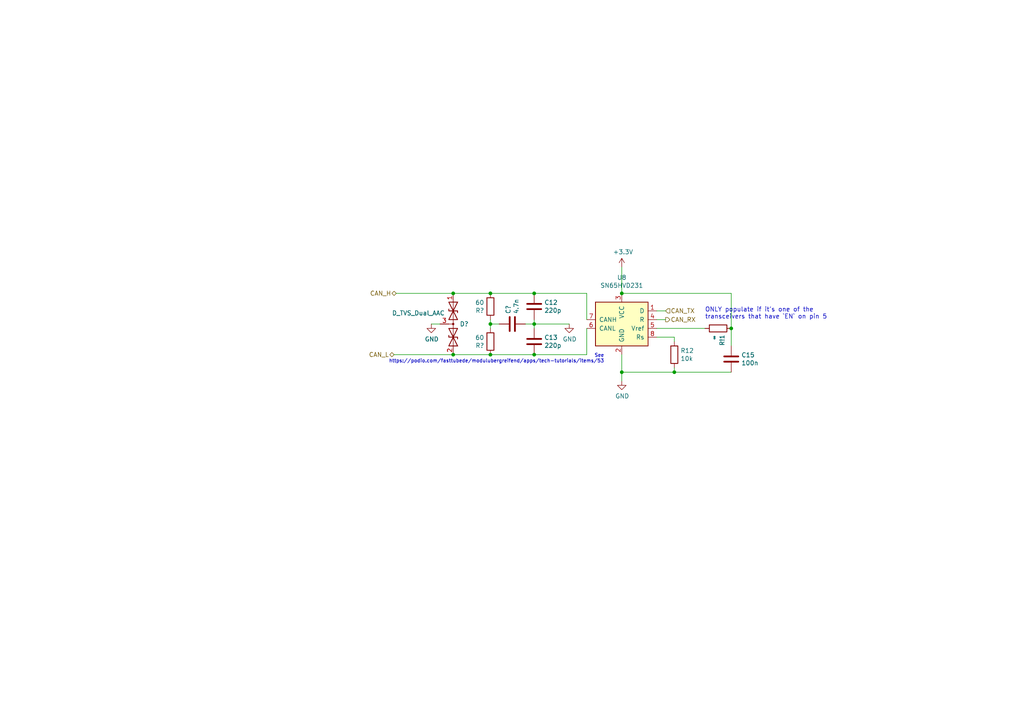
<source format=kicad_sch>
(kicad_sch (version 20211123) (generator eeschema)
  (paper "A4")
  (title_block (title "SDCL - CAN") (date "2021-12-16") (rev "v1.0") (company "FaSTTUBe - Formula Student Team TU Berlin") (comment 1 "Car 113") (comment 2 "EBS Electronics") (comment 3 "CAN Bus input/output stage"))
  (lib_symbols
    (symbol "Device:C" (pin_numbers hide) (pin_names (offset 0.254))
      (property "Reference" "C" (at 0.635 2.54 0))
      (property "Value" "C" (at 0.635 -2.54 0))
      (symbol "C_0_1"
        (polyline (pts (xy -2.032 -0.762) (xy 2.032 -0.762)) (stroke (width 0.508)))
        (polyline (pts (xy -2.032 0.762) (xy 2.032 0.762)) (stroke (width 0.508)))
      )
      (symbol "C_1_1"
        (pin passive line (at 0 3.81 270) (length 2.794) (name "~") (number "1"))
        (pin passive line (at 0 -3.81 90) (length 2.794) (name "~") (number "2"))
      )
    )
    (symbol "Device:D_TVS_Dual_AAC" (pin_names (offset 1.016) hide)
      (property "Reference" "D" (at 0 4.445 0))
      (property "Value" "D_TVS_Dual_AAC" (at 0 2.54 0))
      (symbol "D_TVS_Dual_AAC_0_0"
        (polyline (pts (xy 0 -1.27) (xy 0 0)))
      )
      (symbol "D_TVS_Dual_AAC_0_1"
        (polyline (pts (xy -6.35 0) (xy 6.35 0)))
        (polyline (pts (xy -3.302 1.27) (xy -3.81 1.27) (xy -3.81 -1.27) (xy -4.318 -1.27)) (stroke (width 0.254)))
        (polyline (pts (xy 4.318 1.27) (xy 3.81 1.27) (xy 3.81 -1.27) (xy 3.302 -1.27)) (stroke (width 0.254)))
        (polyline (pts (xy -6.35 1.27) (xy -1.27 -1.27) (xy -1.27 1.27) (xy -6.35 -1.27) (xy -6.35 1.27)) (stroke (width 0.254)))
        (polyline (pts (xy 6.35 1.27) (xy 1.27 -1.27) (xy 1.27 1.27) (xy 6.35 -1.27) (xy 6.35 1.27)) (stroke (width 0.254)))
        (circle (center 0 0) (radius 0.254) (fill (type outline)))
      )
      (symbol "D_TVS_Dual_AAC_1_1"
        (pin passive line (at -8.89 0 0) (length 2.54) (name "A1") (number "1"))
        (pin passive line (at 8.89 0 180) (length 2.54) (name "A2") (number "2"))
        (pin input line (at 0 -3.81 90) (length 2.54) (name "common") (number "3"))
      )
    )
    (symbol "Device:R" (pin_numbers hide) (pin_names (offset 0))
      (property "Reference" "R" (at 2.032 0 90))
      (property "Value" "R" (at 0 0 90))
      (symbol "R_0_1"
        (rectangle (start -1.016 -2.54) (end 1.016 2.54) (stroke (width 0.254)))
      )
      (symbol "R_1_1"
        (pin passive line (at 0 3.81 270) (length 1.27) (name "~") (number "1"))
        (pin passive line (at 0 -3.81 90) (length 1.27) (name "~") (number "2"))
      )
    )
    (symbol "Interface_CAN_LIN:SN65HVD231" (pin_names (offset 1.016))
      (property "Reference" "U" (at -2.54 10.16 0))
      (property "Value" "SN65HVD231" (at -2.54 7.62 0))
      (symbol "SN65HVD231_0_1"
        (rectangle (start -7.62 5.08) (end 7.62 -7.62) (stroke (width 0.254)) (fill (type background)))
      )
      (symbol "SN65HVD231_1_1"
        (pin input line (at -10.16 2.54 0) (length 2.54) (name "D") (number "1"))
        (pin power_in line (at 0 -10.16 90) (length 2.54) (name "GND") (number "2"))
        (pin power_in line (at 0 7.62 270) (length 2.54) (name "VCC") (number "3"))
        (pin output line (at -10.16 0 0) (length 2.54) (name "R") (number "4"))
        (pin output line (at -10.16 -2.54 0) (length 2.54) (name "Vref") (number "5"))
        (pin bidirectional line (at 10.16 -2.54 180) (length 2.54) (name "CANL") (number "6"))
        (pin bidirectional line (at 10.16 0 180) (length 2.54) (name "CANH") (number "7"))
        (pin input line (at -10.16 -5.08 0) (length 2.54) (name "Rs") (number "8"))
      )
    )
    (symbol "power:+3.3V" (power) (pin_names (offset 0))
      (property "Value" "+3.3V" (at 0 3.556 0))
      (symbol "+3.3V_0_1"
        (polyline (pts (xy -0.762 1.27) (xy 0 2.54)))
        (polyline (pts (xy 0 0) (xy 0 2.54)))
        (polyline (pts (xy 0 2.54) (xy 0.762 1.27)))
      )
      (symbol "+3.3V_1_1"
        (pin power_in line (at 0 0 90) (length 0) hide (name "+3.3V") (number "1"))
      )
    )
    (symbol "power:GND" (power) (pin_names (offset 0))
      (property "Value" "GND" (at 0 -3.81 0))
      (symbol "GND_0_1"
        (polyline (pts (xy 0 0) (xy 0 -1.27) (xy 1.27 -1.27) (xy 0 -2.54) (xy -1.27 -1.27) (xy 0 -1.27)))
      )
      (symbol "GND_1_1"
        (pin power_in line (at 0 0 270) (length 0) hide (name "GND") (number "1"))
      )
    )
  )
  (junction (at 131.445 85.09))
  (junction (at 131.445 102.87))
  (junction (at 142.24 93.98))
  (junction (at 154.94 93.98))
  (junction (at 142.24 102.87))
  (junction (at 180.34 85.09))
  (junction (at 142.24 85.09))
  (junction (at 180.34 107.95))
  (junction (at 195.58 107.95))
  (junction (at 212.09 95.25))
  (junction (at 154.94 85.09))
  (junction (at 154.94 102.87))
  (wire (pts (xy 180.34 107.95) (xy 180.34 110.49)))
  (wire (pts (xy 131.445 85.09) (xy 142.24 85.09)))
  (wire (pts (xy 180.34 102.87) (xy 180.34 107.95)))
  (wire (pts (xy 154.94 93.98) (xy 165.1 93.98)))
  (wire (pts (xy 204.47 95.25) (xy 190.5 95.25)))
  (wire (pts (xy 154.94 95.25) (xy 154.94 93.98)))
  (wire (pts (xy 190.5 97.79) (xy 195.58 97.79)))
  (wire (pts (xy 170.18 85.09) (xy 154.94 85.09)))
  (wire (pts (xy 180.34 77.47) (xy 180.34 85.09)))
  (wire (pts (xy 142.24 92.71) (xy 142.24 93.98)))
  (wire (pts (xy 212.09 85.09) (xy 180.34 85.09)))
  (wire (pts (xy 212.09 107.95) (xy 195.58 107.95)))
  (wire (pts (xy 131.445 102.87) (xy 142.24 102.87)))
  (wire (pts (xy 212.09 85.09) (xy 212.09 95.25)))
  (wire (pts (xy 114.3 102.87) (xy 131.445 102.87)))
  (wire (pts (xy 193.04 92.71) (xy 190.5 92.71)))
  (wire (pts (xy 152.4 93.98) (xy 154.94 93.98)))
  (wire (pts (xy 142.24 102.87) (xy 154.94 102.87)))
  (wire (pts (xy 193.04 90.17) (xy 190.5 90.17)))
  (wire (pts (xy 170.18 95.25) (xy 170.18 102.87)))
  (wire (pts (xy 142.24 95.25) (xy 142.24 93.98)))
  (wire (pts (xy 154.94 92.71) (xy 154.94 93.98)))
  (wire (pts (xy 170.18 85.09) (xy 170.18 92.71)))
  (wire (pts (xy 195.58 97.79) (xy 195.58 99.06)))
  (wire (pts (xy 180.34 107.95) (xy 195.58 107.95)))
  (wire (pts (xy 195.58 106.68) (xy 195.58 107.95)))
  (wire (pts (xy 114.935 85.09) (xy 131.445 85.09)))
  (wire (pts (xy 142.24 85.09) (xy 154.94 85.09)))
  (wire (pts (xy 142.24 93.98) (xy 144.78 93.98)))
  (wire (pts (xy 170.18 102.87) (xy 154.94 102.87)))
  (wire (pts (xy 212.09 95.25) (xy 212.09 100.33)))
  (wire (pts (xy 125.095 93.98) (xy 127.635 93.98)))
  (text "ONLY populate if it's one of the\ntransceivers that have `EN` on pin 5" (at 204.47 92.71 0) (effects (font (size 1.27 1.27)) (justify left bottom)))
  (text "See\nhttps://podio.com/fasttubede/modulubergreifend/apps/tech-tutorials/items/53" (at 175.26 105.41 0) (effects (font (size 1 1)) (justify right bottom)))
  (hierarchical_label "CAN_L" (shape bidirectional) (at 114.3 102.87 180))
  (hierarchical_label "CAN_H" (shape bidirectional) (at 114.935 85.09 180))
  (hierarchical_label "CAN_RX" (shape output) (at 193.04 92.71 0))
  (hierarchical_label "CAN_TX" (shape input) (at 193.04 90.17 0))
  (symbol (lib_id "Device:R") (at 195.58 102.87 0) (unit 1)
    (property "Reference" "R12" (at 197.358 101.7016 0) (effects (justify left)))
    (property "Value" "10k" (at 197.358 104.013 0) (effects (justify left)))
    (property "Footprint" "Resistor_SMD:R_0603_1608Metric_Pad1.05x0.95mm_HandSolder" (effects hide))
  )
  (symbol (lib_id "Device:C") (at 212.09 104.14 0) (unit 1)
    (property "Reference" "C15" (at 215.011 102.9716 0) (effects (justify left)))
    (property "Value" "100n" (at 215.011 105.283 0) (effects (justify left)))
    (property "Footprint" "Capacitor_SMD:C_0603_1608Metric_Pad1.05x0.95mm_HandSolder" (effects hide))
  )
  (symbol (lib_id "Device:C") (at 154.94 88.9 0) (unit 1)
    (property "Reference" "C12" (at 157.861 87.7316 0) (effects (justify left)))
    (property "Value" "220p" (at 157.861 90.043 0) (effects (justify left)))
    (property "Footprint" "Capacitor_SMD:C_0603_1608Metric_Pad1.05x0.95mm_HandSolder" (effects hide))
  )
  (symbol (lib_id "Device:C") (at 154.94 99.06 0) (unit 1)
    (property "Reference" "C13" (at 157.861 97.8916 0) (effects (justify left)))
    (property "Value" "220p" (at 157.861 100.203 0) (effects (justify left)))
    (property "Footprint" "Capacitor_SMD:C_0603_1608Metric_Pad1.05x0.95mm_HandSolder" (effects hide))
  )
  (symbol (lib_id "power:GND") (at 165.1 93.98 0) (unit 1)
    (property "Reference" "#PWR0142" (effects hide))
    (property "Value" "GND" (at 165.227 98.3742 0))
  )
  (symbol (lib_id "power:GND") (at 180.34 110.49 0) (unit 1)
    (property "Reference" "#PWR0143" (effects hide))
    (property "Value" "GND" (at 180.467 114.8842 0))
  )
  (symbol (lib_id "power:+3.3V") (at 180.34 77.47 0) (unit 1)
    (property "Reference" "#PWR0156" (effects hide))
    (property "Value" "+3.3V" (at 180.721 73.0758 0))
  )
  (symbol (lib_id "Device:R") (at 208.28 95.25 270) (unit 1)
    (property "Reference" "R!1" (at 209.4484 97.028 0) (effects (justify left)))
    (property "Value" "∞" (at 207.137 97.028 0) (effects (justify left)))
    (property "Footprint" "Resistor_SMD:R_0603_1608Metric_Pad1.05x0.95mm_HandSolder" (effects hide))
  )
  (symbol (lib_id "Interface_CAN_LIN:SN65HVD231") (at 180.34 92.71 0) (mirror y) (unit 1)
    (property "Reference" "U8" (at 180.34 80.4926 0))
    (property "Value" "SN65HVD231" (at 180.34 82.804 0))
    (property "Footprint" "Package_SO:SOIC-8_3.9x4.9mm_P1.27mm" (effects hide))
    (property "Datasheet" "http://www.ti.com/lit/ds/symlink/sn65hvd230.pdf" (effects hide))
  )
  (symbol (lib_id "Device:R") (at 142.24 88.9 180) (unit 1)
    (property "Reference" "R?" (at 140.462 90.0684 0) (effects (justify left)))
    (property "Value" "60" (at 140.462 87.757 0) (effects (justify left)))
    (property "Footprint" "Resistor_SMD:R_0603_1608Metric_Pad1.05x0.95mm_HandSolder" (effects hide))
  )
  (symbol (lib_id "power:GND") (at 125.095 93.98 0) (unit 1)
    (property "Reference" "#PWR?" (effects hide))
    (property "Value" "GND" (at 125.222 98.3742 0))
  )
  (symbol (lib_id "Device:C") (at 148.59 93.98 90) (unit 1)
    (property "Reference" "C?" (at 147.4216 91.059 0) (effects (justify left)))
    (property "Value" "4.7n" (at 149.733 91.059 0) (effects (justify left)))
    (property "Footprint" "Capacitor_SMD:C_0603_1608Metric_Pad1.05x0.95mm_HandSolder" (effects hide))
  )
  (symbol (lib_id "Device:D_TVS_Dual_AAC") (at 131.445 93.98 270) (unit 1)
    (property "Reference" "D?" (at 133.35 93.98 90) (effects (justify left)))
    (property "Value" "D_TVS_Dual_AAC" (at 113.665 90.805 90) (effects (justify left)))
  )
  (symbol (lib_id "Device:R") (at 142.24 99.06 180) (unit 1)
    (property "Reference" "R?" (at 140.462 100.2284 0) (effects (justify left)))
    (property "Value" "60" (at 140.462 97.917 0) (effects (justify left)))
    (property "Footprint" "Resistor_SMD:R_0603_1608Metric_Pad1.05x0.95mm_HandSolder" (effects hide))
  )
)
</source>
